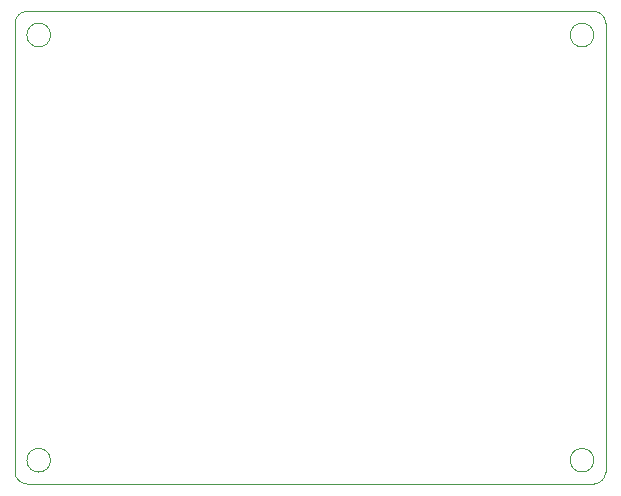
<source format=gbr>
%TF.GenerationSoftware,KiCad,Pcbnew,(6.0.10)*%
%TF.CreationDate,2023-01-16T11:38:01+01:00*%
%TF.ProjectId,Heart_NE555,48656172-745f-44e4-9535-35352e6b6963,rev?*%
%TF.SameCoordinates,Original*%
%TF.FileFunction,Profile,NP*%
%FSLAX46Y46*%
G04 Gerber Fmt 4.6, Leading zero omitted, Abs format (unit mm)*
G04 Created by KiCad (PCBNEW (6.0.10)) date 2023-01-16 11:38:01*
%MOMM*%
%LPD*%
G01*
G04 APERTURE LIST*
%TA.AperFunction,Profile*%
%ADD10C,0.050000*%
%TD*%
G04 APERTURE END LIST*
D10*
X100000000Y-104000000D02*
X100000000Y-66000000D01*
X101000000Y-65000000D02*
X149000000Y-65000000D01*
X150000000Y-66000000D02*
X150000000Y-104000000D01*
X150000000Y-66000000D02*
G75*
G03*
X149000000Y-65000000I-1000000J0D01*
G01*
X149000000Y-103000000D02*
G75*
G03*
X149000000Y-103000000I-1000000J0D01*
G01*
X103000000Y-103000000D02*
G75*
G03*
X103000000Y-103000000I-1000000J0D01*
G01*
X149000000Y-105000000D02*
X101000000Y-105000000D01*
X101000000Y-65000000D02*
G75*
G03*
X100000000Y-66000000I0J-1000000D01*
G01*
X149000000Y-105000000D02*
G75*
G03*
X150000000Y-104000000I0J1000000D01*
G01*
X103000000Y-67000000D02*
G75*
G03*
X103000000Y-67000000I-1000000J0D01*
G01*
X149000000Y-67000000D02*
G75*
G03*
X149000000Y-67000000I-1000000J0D01*
G01*
X100000000Y-104000000D02*
G75*
G03*
X101000000Y-105000000I1000000J0D01*
G01*
M02*

</source>
